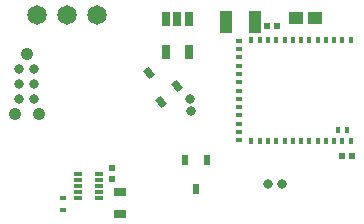
<source format=gts>
G04*
G04 #@! TF.GenerationSoftware,Altium Limited,Altium Designer,25.4.2 (15)*
G04*
G04 Layer_Color=8388736*
%FSTAX24Y24*%
%MOIN*%
G70*
G04*
G04 #@! TF.SameCoordinates,4B3FD54A-89C9-4FE9-A7AC-56F29E8A28E8*
G04*
G04*
G04 #@! TF.FilePolarity,Negative*
G04*
G01*
G75*
%ADD24R,0.0475X0.0417*%
%ADD25R,0.0236X0.0177*%
%ADD28R,0.0413X0.0315*%
%ADD31R,0.0236X0.0236*%
%ADD32R,0.0236X0.0236*%
%ADD33C,0.0320*%
%ADD34R,0.0237X0.0335*%
%ADD35R,0.0414X0.0729*%
%ADD36R,0.0177X0.0217*%
%ADD37R,0.0217X0.0177*%
%ADD38R,0.0256X0.0118*%
%ADD39R,0.0256X0.0130*%
G04:AMPARAMS|DCode=40|XSize=23.7mil|YSize=33.5mil|CornerRadius=0mil|HoleSize=0mil|Usage=FLASHONLY|Rotation=223.000|XOffset=0mil|YOffset=0mil|HoleType=Round|Shape=Rectangle|*
%AMROTATEDRECTD40*
4,1,4,-0.0028,0.0203,0.0201,-0.0042,0.0028,-0.0203,-0.0201,0.0042,-0.0028,0.0203,0.0*
%
%ADD40ROTATEDRECTD40*%

%ADD41C,0.0330*%
%ADD42R,0.0256X0.0453*%
%ADD43C,0.0650*%
%ADD44C,0.0410*%
D24*
X029369Y018329D02*
D03*
X028718D02*
D03*
D25*
X02095Y011933D02*
D03*
Y012307D02*
D03*
D28*
X02285Y011786D02*
D03*
Y012514D02*
D03*
D31*
X022597Y012955D02*
D03*
Y013309D02*
D03*
D32*
X030243Y01372D02*
D03*
X030597D02*
D03*
X027753Y01806D02*
D03*
X028107D02*
D03*
D33*
X02521Y015206D02*
D03*
X0278Y0128D02*
D03*
X02825D02*
D03*
X0252Y01563D02*
D03*
D34*
X025026Y013592D02*
D03*
X025774D02*
D03*
X0254Y012608D02*
D03*
D35*
X026388Y01819D02*
D03*
X027372D02*
D03*
D36*
X030546Y017573D02*
D03*
X028065D02*
D03*
X02779D02*
D03*
X030427Y014581D02*
D03*
X029168Y014227D02*
D03*
X029443D02*
D03*
X027514Y017573D02*
D03*
X028065Y014227D02*
D03*
X028341Y017573D02*
D03*
X028616D02*
D03*
X028892D02*
D03*
X029168D02*
D03*
X029443D02*
D03*
X030546Y014227D02*
D03*
X03027D02*
D03*
X028892D02*
D03*
X028616D02*
D03*
X027238D02*
D03*
X029994Y017573D02*
D03*
X029719D02*
D03*
Y014227D02*
D03*
X029994D02*
D03*
X030112Y014581D02*
D03*
X03027Y017573D02*
D03*
X027238D02*
D03*
X027514Y014227D02*
D03*
X028341D02*
D03*
X02779D02*
D03*
D37*
X026825Y017554D02*
D03*
Y014246D02*
D03*
Y014522D02*
D03*
Y017278D02*
D03*
Y017002D02*
D03*
Y016451D02*
D03*
Y016176D02*
D03*
Y0159D02*
D03*
Y015624D02*
D03*
Y015073D02*
D03*
Y014798D02*
D03*
Y015349D02*
D03*
Y016727D02*
D03*
D38*
X022164Y013104D02*
D03*
Y012907D02*
D03*
X021456Y01271D02*
D03*
Y012513D02*
D03*
Y012316D02*
D03*
X022164Y012513D02*
D03*
Y01271D02*
D03*
X021456Y012907D02*
D03*
Y013104D02*
D03*
D39*
X022164Y01231D02*
D03*
D40*
X024759Y016035D02*
D03*
X024212Y015525D02*
D03*
X023814Y0165D02*
D03*
D41*
X020002Y015614D02*
D03*
X019502D02*
D03*
X020002Y016114D02*
D03*
X019502D02*
D03*
X020002Y016614D02*
D03*
X019502D02*
D03*
D42*
X025144Y018271D02*
D03*
X02477D02*
D03*
X024396D02*
D03*
Y017169D02*
D03*
X025144D02*
D03*
D43*
X022079Y018408D02*
D03*
X021079D02*
D03*
X020079D02*
D03*
D44*
X019352Y015114D02*
D03*
X020152D02*
D03*
X019752Y017114D02*
D03*
M02*

</source>
